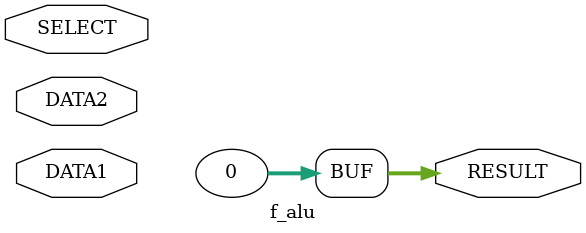
<source format=v>
`timescale 1ns/100ps

module f_alu (DATA1, DATA2, RESULT, SELECT);

    input [31:0] DATA1, DATA2;
    input [5:0] SELECT;
    output reg [31:0] RESULT;

    // Wires for intermediate calculations
    wire [31:0] INTER_FADD,
                INTER_FSUB,
                INTER_FMUL,
                INTER_FDIV,
                INTER_FSQRT,
                INTER_FMIN,
                INTER_FMAX,
                INTER_FMADD,
                INTER_FMSUB,
                INTER_FNMADD,
                INTER_FNMSUB;

    // 64-bit intermediates to hold results of multiplications
    wire [63:0] INTER_MULH64,
                INTER_MULHU64;
    reg  [63:0] INTER_MULHSU64;



    /* Send out correct result based on SELECT */
    always @(*) 
    begin
        casez (SELECT)

            default: 
                RESULT = 0;
        endcase
    end

endmodule
</source>
